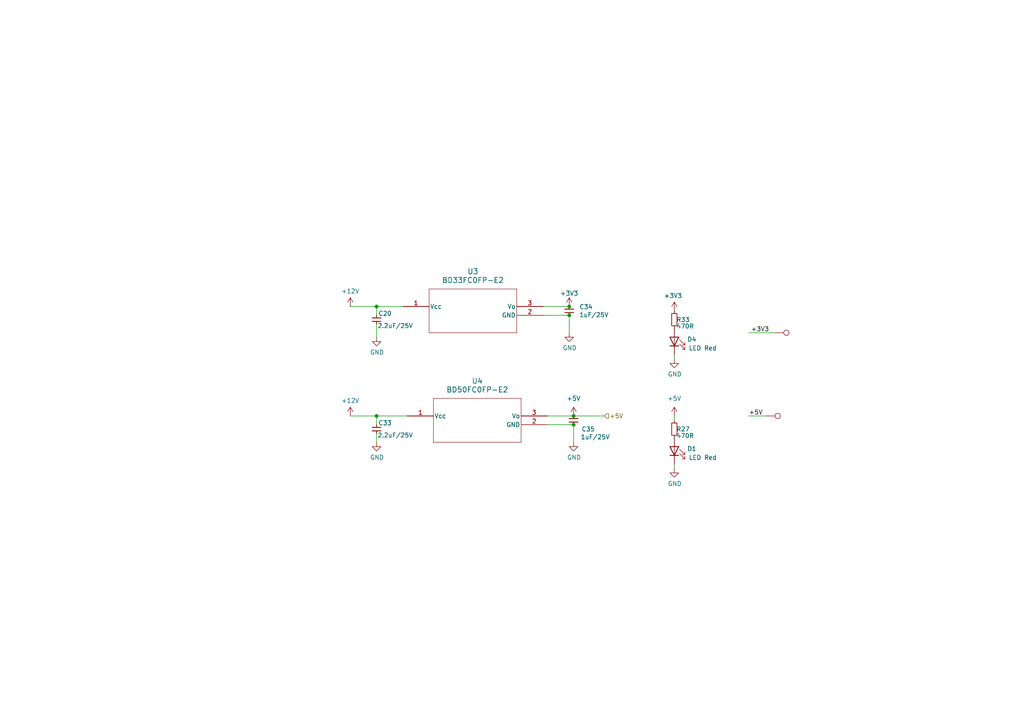
<source format=kicad_sch>
(kicad_sch
	(version 20250114)
	(generator "eeschema")
	(generator_version "9.0")
	(uuid "320f2caf-f00f-4432-86ed-f2c19d076281")
	(paper "A4")
	(title_block
		(date "2023-10-19")
		(rev "V0.1")
		(company "teTra")
	)
	(lib_symbols
		(symbol "Library:+12V"
			(power)
			(pin_names
				(offset 0)
			)
			(exclude_from_sim no)
			(in_bom yes)
			(on_board yes)
			(property "Reference" "#PWR"
				(at 0 -3.81 0)
				(effects
					(font
						(size 1.27 1.27)
					)
					(hide yes)
				)
			)
			(property "Value" "+12V"
				(at 0 3.556 0)
				(effects
					(font
						(size 1.27 1.27)
					)
				)
			)
			(property "Footprint" ""
				(at 0 0 0)
				(effects
					(font
						(size 1.27 1.27)
					)
					(hide yes)
				)
			)
			(property "Datasheet" ""
				(at 0 0 0)
				(effects
					(font
						(size 1.27 1.27)
					)
					(hide yes)
				)
			)
			(property "Description" "Power symbol creates a global label with name \"+12V\""
				(at 0 0 0)
				(effects
					(font
						(size 1.27 1.27)
					)
					(hide yes)
				)
			)
			(property "ki_keywords" "global power"
				(at 0 0 0)
				(effects
					(font
						(size 1.27 1.27)
					)
					(hide yes)
				)
			)
			(symbol "+12V_0_1"
				(polyline
					(pts
						(xy -0.762 1.27) (xy 0 2.54)
					)
					(stroke
						(width 0)
						(type default)
					)
					(fill
						(type none)
					)
				)
				(polyline
					(pts
						(xy 0 2.54) (xy 0.762 1.27)
					)
					(stroke
						(width 0)
						(type default)
					)
					(fill
						(type none)
					)
				)
				(polyline
					(pts
						(xy 0 0) (xy 0 2.54)
					)
					(stroke
						(width 0)
						(type default)
					)
					(fill
						(type none)
					)
				)
			)
			(symbol "+12V_1_1"
				(pin power_in line
					(at 0 0 90)
					(length 0)
					(hide yes)
					(name "+12V"
						(effects
							(font
								(size 1.27 1.27)
							)
						)
					)
					(number "1"
						(effects
							(font
								(size 1.27 1.27)
							)
						)
					)
				)
			)
			(embedded_fonts no)
		)
		(symbol "Library:+3.3V-power-BMS-Master-rescue"
			(power)
			(pin_names
				(offset 0)
			)
			(exclude_from_sim no)
			(in_bom yes)
			(on_board yes)
			(property "Reference" "#PWR"
				(at 0 -3.81 0)
				(effects
					(font
						(size 1.27 1.27)
					)
					(hide yes)
				)
			)
			(property "Value" "+3.3V-power-BMS-Master-rescue"
				(at 0 3.556 0)
				(effects
					(font
						(size 1.27 1.27)
					)
				)
			)
			(property "Footprint" ""
				(at 0 0 0)
				(effects
					(font
						(size 1.27 1.27)
					)
					(hide yes)
				)
			)
			(property "Datasheet" ""
				(at 0 0 0)
				(effects
					(font
						(size 1.27 1.27)
					)
					(hide yes)
				)
			)
			(property "Description" ""
				(at 0 0 0)
				(effects
					(font
						(size 1.27 1.27)
					)
					(hide yes)
				)
			)
			(symbol "+3.3V-power-BMS-Master-rescue_0_1"
				(polyline
					(pts
						(xy -0.762 1.27) (xy 0 2.54)
					)
					(stroke
						(width 0)
						(type solid)
					)
					(fill
						(type none)
					)
				)
				(polyline
					(pts
						(xy 0 2.54) (xy 0.762 1.27)
					)
					(stroke
						(width 0)
						(type solid)
					)
					(fill
						(type none)
					)
				)
				(polyline
					(pts
						(xy 0 0) (xy 0 2.54)
					)
					(stroke
						(width 0)
						(type solid)
					)
					(fill
						(type none)
					)
				)
			)
			(symbol "+3.3V-power-BMS-Master-rescue_1_1"
				(pin power_in line
					(at 0 0 90)
					(length 0)
					(hide yes)
					(name "+3V3"
						(effects
							(font
								(size 1.27 1.27)
							)
						)
					)
					(number "1"
						(effects
							(font
								(size 1.27 1.27)
							)
						)
					)
				)
			)
			(embedded_fonts no)
		)
		(symbol "Library:+3V3"
			(power)
			(pin_names
				(offset 0)
			)
			(exclude_from_sim no)
			(in_bom yes)
			(on_board yes)
			(property "Reference" "#PWR"
				(at 0 -3.81 0)
				(effects
					(font
						(size 1.27 1.27)
					)
					(hide yes)
				)
			)
			(property "Value" "+3V3"
				(at 0 3.556 0)
				(effects
					(font
						(size 1.27 1.27)
					)
				)
			)
			(property "Footprint" ""
				(at 0 0 0)
				(effects
					(font
						(size 1.27 1.27)
					)
					(hide yes)
				)
			)
			(property "Datasheet" ""
				(at 0 0 0)
				(effects
					(font
						(size 1.27 1.27)
					)
					(hide yes)
				)
			)
			(property "Description" "Power symbol creates a global label with name \"+3V3\""
				(at 0 0 0)
				(effects
					(font
						(size 1.27 1.27)
					)
					(hide yes)
				)
			)
			(property "ki_keywords" "global power"
				(at 0 0 0)
				(effects
					(font
						(size 1.27 1.27)
					)
					(hide yes)
				)
			)
			(symbol "+3V3_0_1"
				(polyline
					(pts
						(xy -0.762 1.27) (xy 0 2.54)
					)
					(stroke
						(width 0)
						(type default)
					)
					(fill
						(type none)
					)
				)
				(polyline
					(pts
						(xy 0 2.54) (xy 0.762 1.27)
					)
					(stroke
						(width 0)
						(type default)
					)
					(fill
						(type none)
					)
				)
				(polyline
					(pts
						(xy 0 0) (xy 0 2.54)
					)
					(stroke
						(width 0)
						(type default)
					)
					(fill
						(type none)
					)
				)
			)
			(symbol "+3V3_1_1"
				(pin power_in line
					(at 0 0 90)
					(length 0)
					(hide yes)
					(name "+3V3"
						(effects
							(font
								(size 1.27 1.27)
							)
						)
					)
					(number "1"
						(effects
							(font
								(size 1.27 1.27)
							)
						)
					)
				)
			)
			(embedded_fonts no)
		)
		(symbol "Library:+5V"
			(power)
			(pin_names
				(offset 0)
			)
			(exclude_from_sim no)
			(in_bom yes)
			(on_board yes)
			(property "Reference" "#PWR"
				(at 0 -3.81 0)
				(effects
					(font
						(size 1.27 1.27)
					)
					(hide yes)
				)
			)
			(property "Value" "+5V"
				(at 0 3.556 0)
				(effects
					(font
						(size 1.27 1.27)
					)
				)
			)
			(property "Footprint" ""
				(at 0 0 0)
				(effects
					(font
						(size 1.27 1.27)
					)
					(hide yes)
				)
			)
			(property "Datasheet" ""
				(at 0 0 0)
				(effects
					(font
						(size 1.27 1.27)
					)
					(hide yes)
				)
			)
			(property "Description" "Power symbol creates a global label with name \"+5V\""
				(at 0 0 0)
				(effects
					(font
						(size 1.27 1.27)
					)
					(hide yes)
				)
			)
			(property "ki_keywords" "global power"
				(at 0 0 0)
				(effects
					(font
						(size 1.27 1.27)
					)
					(hide yes)
				)
			)
			(symbol "+5V_0_1"
				(polyline
					(pts
						(xy -0.762 1.27) (xy 0 2.54)
					)
					(stroke
						(width 0)
						(type default)
					)
					(fill
						(type none)
					)
				)
				(polyline
					(pts
						(xy 0 2.54) (xy 0.762 1.27)
					)
					(stroke
						(width 0)
						(type default)
					)
					(fill
						(type none)
					)
				)
				(polyline
					(pts
						(xy 0 0) (xy 0 2.54)
					)
					(stroke
						(width 0)
						(type default)
					)
					(fill
						(type none)
					)
				)
			)
			(symbol "+5V_1_1"
				(pin power_in line
					(at 0 0 90)
					(length 0)
					(hide yes)
					(name "+5V"
						(effects
							(font
								(size 1.27 1.27)
							)
						)
					)
					(number "1"
						(effects
							(font
								(size 1.27 1.27)
							)
						)
					)
				)
			)
			(embedded_fonts no)
		)
		(symbol "Library:BD33FC0FP-E2"
			(pin_names
				(offset 0.254)
			)
			(exclude_from_sim no)
			(in_bom yes)
			(on_board yes)
			(property "Reference" "U"
				(at 20.32 10.16 0)
				(effects
					(font
						(size 1.524 1.524)
					)
				)
			)
			(property "Value" "BD33FC0FP-E2"
				(at 20.32 7.62 0)
				(effects
					(font
						(size 1.524 1.524)
					)
				)
			)
			(property "Footprint" "Package_TO_SOT_SMD:TO252-3_ROM"
				(at 0 0 0)
				(effects
					(font
						(size 1.27 1.27)
						(italic yes)
					)
					(hide yes)
				)
			)
			(property "Datasheet" "BD33FC0FP-E2"
				(at 0 0 0)
				(effects
					(font
						(size 1.27 1.27)
						(italic yes)
					)
					(hide yes)
				)
			)
			(property "Description" ""
				(at 0 0 0)
				(effects
					(font
						(size 1.27 1.27)
					)
					(hide yes)
				)
			)
			(property "ki_keywords" "BD33FC0FP-E2"
				(at 0 0 0)
				(effects
					(font
						(size 1.27 1.27)
					)
					(hide yes)
				)
			)
			(property "ki_fp_filters" "TO252-3_ROM TO252-3_ROM-M TO252-3_ROM-L"
				(at 0 0 0)
				(effects
					(font
						(size 1.27 1.27)
					)
					(hide yes)
				)
			)
			(symbol "BD33FC0FP-E2_0_1"
				(polyline
					(pts
						(xy 7.62 5.08) (xy 7.62 -7.62)
					)
					(stroke
						(width 0.127)
						(type default)
					)
					(fill
						(type none)
					)
				)
				(polyline
					(pts
						(xy 7.62 -7.62) (xy 33.02 -7.62)
					)
					(stroke
						(width 0.127)
						(type default)
					)
					(fill
						(type none)
					)
				)
				(polyline
					(pts
						(xy 33.02 5.08) (xy 7.62 5.08)
					)
					(stroke
						(width 0.127)
						(type default)
					)
					(fill
						(type none)
					)
				)
				(polyline
					(pts
						(xy 33.02 -7.62) (xy 33.02 5.08)
					)
					(stroke
						(width 0.127)
						(type default)
					)
					(fill
						(type none)
					)
				)
				(pin power_in line
					(at 0 0 0)
					(length 7.62)
					(name "Vcc"
						(effects
							(font
								(size 1.27 1.27)
							)
						)
					)
					(number "1"
						(effects
							(font
								(size 1.27 1.27)
							)
						)
					)
				)
				(pin unspecified line
					(at 40.64 0 180)
					(length 7.62)
					(name "Vo"
						(effects
							(font
								(size 1.27 1.27)
							)
						)
					)
					(number "3"
						(effects
							(font
								(size 1.27 1.27)
							)
						)
					)
				)
			)
			(symbol "BD33FC0FP-E2_1_1"
				(pin unspecified line
					(at 40.64 -2.54 180)
					(length 7.62)
					(name "GND"
						(effects
							(font
								(size 1.27 1.27)
							)
						)
					)
					(number "2"
						(effects
							(font
								(size 1.27 1.27)
							)
						)
					)
				)
			)
			(embedded_fonts no)
		)
		(symbol "Library:BD50FC0FP-E2"
			(pin_names
				(offset 0.254)
			)
			(exclude_from_sim no)
			(in_bom yes)
			(on_board yes)
			(property "Reference" "U"
				(at 20.32 10.16 0)
				(effects
					(font
						(size 1.524 1.524)
					)
				)
			)
			(property "Value" "BD50FC0FP-E2"
				(at 20.32 7.62 0)
				(effects
					(font
						(size 1.524 1.524)
					)
				)
			)
			(property "Footprint" "Package_TO_SOT_SMD:TO252-3_ROM"
				(at 0 0 0)
				(effects
					(font
						(size 1.27 1.27)
						(italic yes)
					)
					(hide yes)
				)
			)
			(property "Datasheet" "BD33FC0FP-E2"
				(at 0 0 0)
				(effects
					(font
						(size 1.27 1.27)
						(italic yes)
					)
					(hide yes)
				)
			)
			(property "Description" ""
				(at 0 0 0)
				(effects
					(font
						(size 1.27 1.27)
					)
					(hide yes)
				)
			)
			(property "ki_keywords" "BD33FC0FP-E2"
				(at 0 0 0)
				(effects
					(font
						(size 1.27 1.27)
					)
					(hide yes)
				)
			)
			(property "ki_fp_filters" "TO252-3_ROM TO252-3_ROM-M TO252-3_ROM-L"
				(at 0 0 0)
				(effects
					(font
						(size 1.27 1.27)
					)
					(hide yes)
				)
			)
			(symbol "BD50FC0FP-E2_0_1"
				(polyline
					(pts
						(xy 7.62 5.08) (xy 7.62 -7.62)
					)
					(stroke
						(width 0.127)
						(type default)
					)
					(fill
						(type none)
					)
				)
				(polyline
					(pts
						(xy 7.62 -7.62) (xy 33.02 -7.62)
					)
					(stroke
						(width 0.127)
						(type default)
					)
					(fill
						(type none)
					)
				)
				(polyline
					(pts
						(xy 33.02 5.08) (xy 7.62 5.08)
					)
					(stroke
						(width 0.127)
						(type default)
					)
					(fill
						(type none)
					)
				)
				(polyline
					(pts
						(xy 33.02 -7.62) (xy 33.02 5.08)
					)
					(stroke
						(width 0.127)
						(type default)
					)
					(fill
						(type none)
					)
				)
				(pin power_in line
					(at 0 0 0)
					(length 7.62)
					(name "Vcc"
						(effects
							(font
								(size 1.27 1.27)
							)
						)
					)
					(number "1"
						(effects
							(font
								(size 1.27 1.27)
							)
						)
					)
				)
				(pin unspecified line
					(at 40.64 0 180)
					(length 7.62)
					(name "Vo"
						(effects
							(font
								(size 1.27 1.27)
							)
						)
					)
					(number "3"
						(effects
							(font
								(size 1.27 1.27)
							)
						)
					)
				)
			)
			(symbol "BD50FC0FP-E2_1_1"
				(pin output line
					(at 40.64 -2.54 180)
					(length 7.62)
					(name "GND"
						(effects
							(font
								(size 1.27 1.27)
							)
						)
					)
					(number "2"
						(effects
							(font
								(size 1.27 1.27)
							)
						)
					)
				)
			)
			(embedded_fonts no)
		)
		(symbol "Library:C"
			(pin_numbers
				(hide yes)
			)
			(pin_names
				(offset 0.254)
			)
			(exclude_from_sim no)
			(in_bom yes)
			(on_board yes)
			(property "Reference" "C"
				(at 0.635 2.54 0)
				(effects
					(font
						(size 1.27 1.27)
					)
					(justify left)
				)
			)
			(property "Value" "C"
				(at 0.635 -2.54 0)
				(effects
					(font
						(size 1.27 1.27)
					)
					(justify left)
				)
			)
			(property "Footprint" ""
				(at 0.9652 -3.81 0)
				(effects
					(font
						(size 1.27 1.27)
					)
					(hide yes)
				)
			)
			(property "Datasheet" "~"
				(at 0 0 0)
				(effects
					(font
						(size 1.27 1.27)
					)
					(hide yes)
				)
			)
			(property "Description" "Unpolarized capacitor"
				(at 0 0 0)
				(effects
					(font
						(size 1.27 1.27)
					)
					(hide yes)
				)
			)
			(property "ki_keywords" "cap capacitor"
				(at 0 0 0)
				(effects
					(font
						(size 1.27 1.27)
					)
					(hide yes)
				)
			)
			(property "ki_fp_filters" "C_*"
				(at 0 0 0)
				(effects
					(font
						(size 1.27 1.27)
					)
					(hide yes)
				)
			)
			(symbol "C_1_1"
				(polyline
					(pts
						(xy -1.27 0.508) (xy 1.27 0.508)
					)
					(stroke
						(width 0.254)
						(type default)
					)
					(fill
						(type none)
					)
				)
				(polyline
					(pts
						(xy -1.27 -0.508) (xy 1.27 -0.508)
					)
					(stroke
						(width 0.254)
						(type default)
					)
					(fill
						(type none)
					)
				)
				(pin passive line
					(at 0 1.27 270)
					(length 0.762)
					(name "~"
						(effects
							(font
								(size 1.27 1.27)
							)
						)
					)
					(number "1"
						(effects
							(font
								(size 1.27 1.27)
							)
						)
					)
				)
				(pin passive line
					(at 0 -1.27 90)
					(length 0.762)
					(name "~"
						(effects
							(font
								(size 1.27 1.27)
							)
						)
					)
					(number "2"
						(effects
							(font
								(size 1.27 1.27)
							)
						)
					)
				)
			)
			(embedded_fonts no)
		)
		(symbol "Library:GND"
			(power)
			(pin_names
				(offset 0)
			)
			(exclude_from_sim no)
			(in_bom yes)
			(on_board yes)
			(property "Reference" "#PWR"
				(at 0 -6.35 0)
				(effects
					(font
						(size 1.27 1.27)
					)
					(hide yes)
				)
			)
			(property "Value" "GND"
				(at 0 -3.81 0)
				(effects
					(font
						(size 1.27 1.27)
					)
				)
			)
			(property "Footprint" ""
				(at 0 0 0)
				(effects
					(font
						(size 1.27 1.27)
					)
					(hide yes)
				)
			)
			(property "Datasheet" ""
				(at 0 0 0)
				(effects
					(font
						(size 1.27 1.27)
					)
					(hide yes)
				)
			)
			(property "Description" "Power symbol creates a global label with name \"GND\" , ground"
				(at 0 0 0)
				(effects
					(font
						(size 1.27 1.27)
					)
					(hide yes)
				)
			)
			(property "ki_keywords" "global power"
				(at 0 0 0)
				(effects
					(font
						(size 1.27 1.27)
					)
					(hide yes)
				)
			)
			(symbol "GND_0_1"
				(polyline
					(pts
						(xy 0 0) (xy 0 -1.27) (xy 1.27 -1.27) (xy 0 -2.54) (xy -1.27 -1.27) (xy 0 -1.27)
					)
					(stroke
						(width 0)
						(type default)
					)
					(fill
						(type none)
					)
				)
			)
			(symbol "GND_1_1"
				(pin power_in line
					(at 0 0 270)
					(length 0)
					(hide yes)
					(name "GND"
						(effects
							(font
								(size 1.27 1.27)
							)
						)
					)
					(number "1"
						(effects
							(font
								(size 1.27 1.27)
							)
						)
					)
				)
			)
			(embedded_fonts no)
		)
		(symbol "Library:LED"
			(pin_numbers
				(hide yes)
			)
			(pin_names
				(offset 1.016)
				(hide yes)
			)
			(exclude_from_sim no)
			(in_bom yes)
			(on_board yes)
			(property "Reference" "D"
				(at -0.762 -2.54 0)
				(effects
					(font
						(size 1.27 1.27)
					)
				)
			)
			(property "Value" "LED"
				(at -0.762 4.318 0)
				(effects
					(font
						(size 1.27 1.27)
					)
				)
			)
			(property "Footprint" ""
				(at 0 0 0)
				(effects
					(font
						(size 1.27 1.27)
					)
					(hide yes)
				)
			)
			(property "Datasheet" "~"
				(at 0 0 0)
				(effects
					(font
						(size 1.27 1.27)
					)
					(hide yes)
				)
			)
			(property "Description" "Light emitting diode"
				(at 0 0 0)
				(effects
					(font
						(size 1.27 1.27)
					)
					(hide yes)
				)
			)
			(property "ki_keywords" "LED diode"
				(at 0 0 0)
				(effects
					(font
						(size 1.27 1.27)
					)
					(hide yes)
				)
			)
			(property "ki_fp_filters" "LED* LED_SMD:* LED_THT:*"
				(at 0 0 0)
				(effects
					(font
						(size 1.27 1.27)
					)
					(hide yes)
				)
			)
			(symbol "LED_0_1"
				(polyline
					(pts
						(xy -1.27 1.27) (xy -1.27 -1.27) (xy 1.27 0) (xy -1.27 1.27)
					)
					(stroke
						(width 0.254)
						(type default)
					)
					(fill
						(type none)
					)
				)
				(polyline
					(pts
						(xy -0.508 1.524) (xy 1.016 3.048) (xy 0.254 3.048) (xy 1.016 3.048) (xy 1.016 2.286)
					)
					(stroke
						(width 0)
						(type default)
					)
					(fill
						(type none)
					)
				)
				(polyline
					(pts
						(xy 0.762 1.524) (xy 2.286 3.048) (xy 1.524 3.048) (xy 2.286 3.048) (xy 2.286 2.286)
					)
					(stroke
						(width 0)
						(type default)
					)
					(fill
						(type none)
					)
				)
				(polyline
					(pts
						(xy 1.27 1.27) (xy 1.27 -1.27)
					)
					(stroke
						(width 0.254)
						(type default)
					)
					(fill
						(type none)
					)
				)
				(polyline
					(pts
						(xy 1.27 0) (xy -1.27 0)
					)
					(stroke
						(width 0)
						(type default)
					)
					(fill
						(type none)
					)
				)
			)
			(symbol "LED_1_1"
				(pin passive line
					(at -3.81 0 0)
					(length 2.54)
					(name "A"
						(effects
							(font
								(size 1.27 1.27)
							)
						)
					)
					(number "2"
						(effects
							(font
								(size 1.27 1.27)
							)
						)
					)
				)
				(pin passive line
					(at 3.81 0 180)
					(length 2.54)
					(name "K"
						(effects
							(font
								(size 1.27 1.27)
							)
						)
					)
					(number "1"
						(effects
							(font
								(size 1.27 1.27)
							)
						)
					)
				)
			)
			(embedded_fonts no)
		)
		(symbol "Library:R_Small"
			(pin_numbers
				(hide yes)
			)
			(pin_names
				(offset 0.254)
				(hide yes)
			)
			(exclude_from_sim no)
			(in_bom yes)
			(on_board yes)
			(property "Reference" "R"
				(at 0.762 0.508 0)
				(effects
					(font
						(size 1.27 1.27)
					)
					(justify left)
				)
			)
			(property "Value" "R_Small"
				(at 0.762 -1.016 0)
				(effects
					(font
						(size 1.27 1.27)
					)
					(justify left)
				)
			)
			(property "Footprint" ""
				(at 0 0 0)
				(effects
					(font
						(size 1.27 1.27)
					)
					(hide yes)
				)
			)
			(property "Datasheet" "~"
				(at 0 0 0)
				(effects
					(font
						(size 1.27 1.27)
					)
					(hide yes)
				)
			)
			(property "Description" "Resistor, small symbol"
				(at 0 0 0)
				(effects
					(font
						(size 1.27 1.27)
					)
					(hide yes)
				)
			)
			(property "ki_keywords" "R resistor"
				(at 0 0 0)
				(effects
					(font
						(size 1.27 1.27)
					)
					(hide yes)
				)
			)
			(property "ki_fp_filters" "R_*"
				(at 0 0 0)
				(effects
					(font
						(size 1.27 1.27)
					)
					(hide yes)
				)
			)
			(symbol "R_Small_0_1"
				(rectangle
					(start -0.762 1.778)
					(end 0.762 -1.778)
					(stroke
						(width 0.2032)
						(type default)
					)
					(fill
						(type none)
					)
				)
			)
			(symbol "R_Small_1_1"
				(pin passive line
					(at 0 2.54 270)
					(length 0.762)
					(name "~"
						(effects
							(font
								(size 1.27 1.27)
							)
						)
					)
					(number "1"
						(effects
							(font
								(size 1.27 1.27)
							)
						)
					)
				)
				(pin passive line
					(at 0 -2.54 90)
					(length 0.762)
					(name "~"
						(effects
							(font
								(size 1.27 1.27)
							)
						)
					)
					(number "2"
						(effects
							(font
								(size 1.27 1.27)
							)
						)
					)
				)
			)
			(embedded_fonts no)
		)
		(symbol "Library:TestPoint"
			(pin_numbers
				(hide yes)
			)
			(pin_names
				(offset 0.762)
				(hide yes)
			)
			(exclude_from_sim no)
			(in_bom yes)
			(on_board yes)
			(property "Reference" "TP"
				(at 0 6.858 0)
				(effects
					(font
						(size 1.27 1.27)
					)
				)
			)
			(property "Value" "TestPoint"
				(at 0 5.08 0)
				(effects
					(font
						(size 1.27 1.27)
					)
				)
			)
			(property "Footprint" ""
				(at 5.08 0 0)
				(effects
					(font
						(size 1.27 1.27)
					)
					(hide yes)
				)
			)
			(property "Datasheet" "~"
				(at 5.08 0 0)
				(effects
					(font
						(size 1.27 1.27)
					)
					(hide yes)
				)
			)
			(property "Description" "test point"
				(at 0 0 0)
				(effects
					(font
						(size 1.27 1.27)
					)
					(hide yes)
				)
			)
			(property "ki_keywords" "test point tp"
				(at 0 0 0)
				(effects
					(font
						(size 1.27 1.27)
					)
					(hide yes)
				)
			)
			(property "ki_fp_filters" "Pin* Test*"
				(at 0 0 0)
				(effects
					(font
						(size 1.27 1.27)
					)
					(hide yes)
				)
			)
			(symbol "TestPoint_0_1"
				(circle
					(center 0 3.302)
					(radius 0.762)
					(stroke
						(width 0)
						(type default)
					)
					(fill
						(type none)
					)
				)
			)
			(symbol "TestPoint_1_1"
				(pin passive line
					(at 0 0 90)
					(length 2.54)
					(name "1"
						(effects
							(font
								(size 1.27 1.27)
							)
						)
					)
					(number "1"
						(effects
							(font
								(size 1.27 1.27)
							)
						)
					)
				)
			)
			(embedded_fonts no)
		)
	)
	(junction
		(at 165.1 88.9)
		(diameter 0)
		(color 0 0 0 0)
		(uuid "583daaca-0e0b-4493-9f97-5008515872aa")
	)
	(junction
		(at 166.37 120.65)
		(diameter 0)
		(color 0 0 0 0)
		(uuid "6964b283-c4e2-498b-ad50-1040b7d8c5b5")
	)
	(junction
		(at 109.22 120.65)
		(diameter 0)
		(color 0 0 0 0)
		(uuid "7ad0b67f-4956-4456-b759-a9659846e9e6")
	)
	(junction
		(at 165.1 91.44)
		(diameter 0)
		(color 0 0 0 0)
		(uuid "a87e1ccf-0fdc-49e0-88ca-9abc2bbb1f74")
	)
	(junction
		(at 166.37 123.19)
		(diameter 0)
		(color 0 0 0 0)
		(uuid "bd9bd43c-278c-42f5-82db-fbb8263a698c")
	)
	(junction
		(at 109.22 88.9)
		(diameter 0)
		(color 0 0 0 0)
		(uuid "ff86562a-12f5-4fbf-ad89-50c9ff2d1ec8")
	)
	(wire
		(pts
			(xy 101.6 120.65) (xy 109.22 120.65)
		)
		(stroke
			(width 0)
			(type default)
		)
		(uuid "04287d29-65db-4225-8983-39e1664a1cf0")
	)
	(wire
		(pts
			(xy 157.48 88.9) (xy 165.1 88.9)
		)
		(stroke
			(width 0)
			(type default)
		)
		(uuid "0cb46581-b9d4-4083-9ad3-e45b0a511cf9")
	)
	(wire
		(pts
			(xy 217.17 96.52) (xy 224.79 96.52)
		)
		(stroke
			(width 0)
			(type default)
		)
		(uuid "14c45e74-9ddb-4a88-8125-2229376ab26f")
	)
	(wire
		(pts
			(xy 165.1 91.44) (xy 165.1 96.52)
		)
		(stroke
			(width 0)
			(type default)
		)
		(uuid "1b4d0af8-f36f-4c5a-98d5-fc230ebde051")
	)
	(wire
		(pts
			(xy 195.58 120.65) (xy 195.58 121.92)
		)
		(stroke
			(width 0)
			(type default)
		)
		(uuid "3ca5394b-7ee5-4e9f-95e7-9fa7c1ff1f39")
	)
	(wire
		(pts
			(xy 109.22 88.9) (xy 116.84 88.9)
		)
		(stroke
			(width 0)
			(type default)
		)
		(uuid "45c7180e-dbdf-435a-b25d-3797b9a4245a")
	)
	(wire
		(pts
			(xy 109.22 88.9) (xy 109.22 91.44)
		)
		(stroke
			(width 0)
			(type default)
		)
		(uuid "4af4bda2-446c-4354-863c-2a243e8c467e")
	)
	(wire
		(pts
			(xy 101.6 88.9) (xy 109.22 88.9)
		)
		(stroke
			(width 0)
			(type default)
		)
		(uuid "4d4ba309-9927-40b3-a983-1839482d8579")
	)
	(wire
		(pts
			(xy 158.75 123.19) (xy 166.37 123.19)
		)
		(stroke
			(width 0)
			(type default)
		)
		(uuid "4f1e6998-1a70-475e-b21d-6e5d06e3a687")
	)
	(wire
		(pts
			(xy 217.17 120.65) (xy 222.25 120.65)
		)
		(stroke
			(width 0)
			(type default)
		)
		(uuid "5075ce88-d1fd-41aa-a0fb-5e68fa543098")
	)
	(wire
		(pts
			(xy 157.48 91.44) (xy 165.1 91.44)
		)
		(stroke
			(width 0)
			(type default)
		)
		(uuid "58751605-f675-40de-960e-abb347c4d6ec")
	)
	(wire
		(pts
			(xy 158.75 120.65) (xy 166.37 120.65)
		)
		(stroke
			(width 0)
			(type default)
		)
		(uuid "5f20d43d-d146-48c9-acd1-5619cbfb485c")
	)
	(wire
		(pts
			(xy 166.37 123.19) (xy 166.37 128.27)
		)
		(stroke
			(width 0)
			(type default)
		)
		(uuid "9624f360-7445-4d5e-9699-549160e23e61")
	)
	(wire
		(pts
			(xy 195.58 102.87) (xy 195.58 104.14)
		)
		(stroke
			(width 0)
			(type default)
		)
		(uuid "b1f4635e-a6fb-42ce-a22c-09920d9c231f")
	)
	(wire
		(pts
			(xy 195.58 134.62) (xy 195.58 135.89)
		)
		(stroke
			(width 0)
			(type default)
		)
		(uuid "b2cd86a2-a3cb-409a-aeb7-5a7f586fd81d")
	)
	(wire
		(pts
			(xy 109.22 120.65) (xy 109.22 123.19)
		)
		(stroke
			(width 0)
			(type default)
		)
		(uuid "c1d7c812-b656-41b6-ad38-512456e8998a")
	)
	(wire
		(pts
			(xy 166.37 120.65) (xy 175.26 120.65)
		)
		(stroke
			(width 0)
			(type default)
		)
		(uuid "caaa8ec9-1a19-4ccb-aa19-86754588d3af")
	)
	(wire
		(pts
			(xy 109.22 120.65) (xy 118.11 120.65)
		)
		(stroke
			(width 0)
			(type default)
		)
		(uuid "d09a5e0b-6e0e-4d8b-8649-0b8c1659b4e9")
	)
	(wire
		(pts
			(xy 109.22 93.98) (xy 109.22 97.79)
		)
		(stroke
			(width 0)
			(type default)
		)
		(uuid "e0ef239b-f996-4eed-b413-9cbfbde523a3")
	)
	(wire
		(pts
			(xy 109.22 125.73) (xy 109.22 128.27)
		)
		(stroke
			(width 0)
			(type default)
		)
		(uuid "fd2f690e-f8d2-42a7-818f-79813f621268")
	)
	(label "+5V"
		(at 217.17 120.65 0)
		(effects
			(font
				(size 1.27 1.27)
			)
			(justify left bottom)
		)
		(uuid "3a3b9259-d516-4623-964e-f94e14a92295")
	)
	(label "+3V3"
		(at 217.805 96.52 0)
		(effects
			(font
				(size 1.27 1.27)
			)
			(justify left bottom)
		)
		(uuid "5d7874e3-727c-41c8-91d3-ffe0af7b63a0")
	)
	(hierarchical_label "+5V"
		(shape input)
		(at 175.26 120.65 0)
		(effects
			(font
				(size 1.27 1.27)
			)
			(justify left)
		)
		(uuid "7d38554b-b9d7-46d1-bade-93940ec06e73")
	)
	(symbol
		(lib_id "Library:GND")
		(at 109.22 97.79 0)
		(unit 1)
		(exclude_from_sim no)
		(in_bom yes)
		(on_board yes)
		(dnp no)
		(uuid "05fcc230-55dd-4c6f-a62a-7dfc2c10bf73")
		(property "Reference" "#PWR021"
			(at 109.22 104.14 0)
			(effects
				(font
					(size 1.27 1.27)
				)
				(hide yes)
			)
		)
		(property "Value" "GND"
			(at 109.347 102.1842 0)
			(effects
				(font
					(size 1.27 1.27)
				)
			)
		)
		(property "Footprint" ""
			(at 109.22 97.79 0)
			(effects
				(font
					(size 1.27 1.27)
				)
				(hide yes)
			)
		)
		(property "Datasheet" ""
			(at 109.22 97.79 0)
			(effects
				(font
					(size 1.27 1.27)
				)
				(hide yes)
			)
		)
		(property "Description" ""
			(at 109.22 97.79 0)
			(effects
				(font
					(size 1.27 1.27)
				)
				(hide yes)
			)
		)
		(pin "1"
			(uuid "c34052e6-b55f-466a-9d3b-88d85f86cb59")
		)
		(instances
			(project "LTC6811_ESP32_V1p21"
				(path "/6a86ff6f-b159-4c4c-8a40-e732cc82e010/00000000-0000-0000-0000-00005ac18063"
					(reference "#PWR021")
					(unit 1)
				)
			)
		)
	)
	(symbol
		(lib_id "Library:BD33FC0FP-E2")
		(at 116.84 88.9 0)
		(unit 1)
		(exclude_from_sim no)
		(in_bom yes)
		(on_board yes)
		(dnp no)
		(fields_autoplaced yes)
		(uuid "0610e773-7769-446d-8a27-17791f1b7e60")
		(property "Reference" "U3"
			(at 137.16 78.74 0)
			(effects
				(font
					(size 1.524 1.524)
				)
			)
		)
		(property "Value" "BD33FC0FP-E2"
			(at 137.16 81.28 0)
			(effects
				(font
					(size 1.524 1.524)
				)
			)
		)
		(property "Footprint" "Package_TO_SOT_SMD:TO252-3_ROM"
			(at 116.84 88.9 0)
			(effects
				(font
					(size 1.27 1.27)
					(italic yes)
				)
				(hide yes)
			)
		)
		(property "Datasheet" "BD33FC0FP-E2"
			(at 116.84 88.9 0)
			(effects
				(font
					(size 1.27 1.27)
					(italic yes)
				)
				(hide yes)
			)
		)
		(property "Description" "Linear Voltage Regulator IC Positive Fixed 1 Output 1A TO-252"
			(at 116.84 88.9 0)
			(effects
				(font
					(size 1.27 1.27)
				)
				(hide yes)
			)
		)
		(property "Link" "https://www.digikey.jp/en/products/detail/rohm-semiconductor/BD33FC0FP-E2/7896452?s=N4IgTCBcDaIEIBEDMSBiBhADKgCgWgFEIBdAXyA"
			(at 116.84 88.9 0)
			(effects
				(font
					(size 1.27 1.27)
				)
				(hide yes)
			)
		)
		(property "MPN" "BD33FC0FP-E2"
			(at 116.84 88.9 0)
			(effects
				(font
					(size 1.27 1.27)
				)
				(hide yes)
			)
		)
		(pin "1"
			(uuid "d2d41ec4-6b8a-42cb-a3e1-7f9ae47d611b")
		)
		(pin "2"
			(uuid "518dcea3-06ad-400a-a12b-b117123223de")
		)
		(pin "3"
			(uuid "76047cc2-319a-4e0d-bced-026cacd17b22")
		)
		(instances
			(project ""
				(path "/6a86ff6f-b159-4c4c-8a40-e732cc82e010/00000000-0000-0000-0000-00005ac18063"
					(reference "U3")
					(unit 1)
				)
			)
		)
	)
	(symbol
		(lib_id "Library:+5V")
		(at 166.37 120.65 0)
		(mirror y)
		(unit 1)
		(exclude_from_sim no)
		(in_bom yes)
		(on_board yes)
		(dnp no)
		(fields_autoplaced yes)
		(uuid "06625fbb-6ab7-4178-bef7-741b6b77c9af")
		(property "Reference" "#PWR046"
			(at 166.37 124.46 0)
			(effects
				(font
					(size 1.27 1.27)
				)
				(hide yes)
			)
		)
		(property "Value" "+5V"
			(at 166.37 115.57 0)
			(effects
				(font
					(size 1.27 1.27)
				)
			)
		)
		(property "Footprint" ""
			(at 166.37 120.65 0)
			(effects
				(font
					(size 1.27 1.27)
				)
				(hide yes)
			)
		)
		(property "Datasheet" ""
			(at 166.37 120.65 0)
			(effects
				(font
					(size 1.27 1.27)
				)
				(hide yes)
			)
		)
		(property "Description" ""
			(at 166.37 120.65 0)
			(effects
				(font
					(size 1.27 1.27)
				)
				(hide yes)
			)
		)
		(pin "1"
			(uuid "5a13ece0-0e24-47e7-9f7c-c69ce9294ea7")
		)
		(instances
			(project "LTC6811_ESP32_V5"
				(path "/6a86ff6f-b159-4c4c-8a40-e732cc82e010/00000000-0000-0000-0000-00005ac18063"
					(reference "#PWR046")
					(unit 1)
				)
			)
		)
	)
	(symbol
		(lib_id "Library:C")
		(at 166.37 121.92 180)
		(unit 1)
		(exclude_from_sim no)
		(in_bom yes)
		(on_board yes)
		(dnp no)
		(uuid "129c6d9a-b791-471f-a6f1-3520a5b3d20b")
		(property "Reference" "C35"
			(at 168.656 124.46 0)
			(effects
				(font
					(size 1.27 1.27)
				)
				(justify right)
			)
		)
		(property "Value" "1uF/25V"
			(at 168.402 126.746 0)
			(effects
				(font
					(size 1.27 1.27)
				)
				(justify right)
			)
		)
		(property "Footprint" "Capacitor_SMD:C_0603_1608Metric"
			(at 165.4048 118.11 0)
			(effects
				(font
					(size 1.27 1.27)
				)
				(hide yes)
			)
		)
		(property "Datasheet" "https://mm.digikey.com/Volume0/opasdata/d220001/medias/docus/3644/CL10B105KA8NNNC_spec.pdf"
			(at 166.37 121.92 0)
			(effects
				(font
					(size 1.27 1.27)
				)
				(hide yes)
			)
		)
		(property "Description" "1 µF ±10% 25V Ceramic Capacitor X7R 0603 (1608 Metric)"
			(at 166.37 121.92 0)
			(effects
				(font
					(size 1.27 1.27)
				)
				(hide yes)
			)
		)
		(property "MPN" "CL10B105KA8NNNC"
			(at 166.37 121.92 0)
			(effects
				(font
					(size 1.27 1.27)
				)
				(hide yes)
			)
		)
		(property "Link" "https://www.digikey.jp/en/products/detail/samsung-electro-mechanics/CL10B105KA8NNNC/3886842"
			(at 166.37 121.92 0)
			(effects
				(font
					(size 1.27 1.27)
				)
				(hide yes)
			)
		)
		(pin "1"
			(uuid "48e0f432-6ac4-44d0-83bd-2bdb5ca7d2b1")
		)
		(pin "2"
			(uuid "34db1763-d617-4eae-bf83-d6c1fd291c7e")
		)
		(instances
			(project "LTC6811_ESP32_V5"
				(path "/6a86ff6f-b159-4c4c-8a40-e732cc82e010/00000000-0000-0000-0000-00005ac18063"
					(reference "C35")
					(unit 1)
				)
			)
		)
	)
	(symbol
		(lib_id "Library:+3.3V-power-BMS-Master-rescue")
		(at 165.1 88.9 0)
		(mirror y)
		(unit 1)
		(exclude_from_sim no)
		(in_bom yes)
		(on_board yes)
		(dnp no)
		(uuid "1a686d9f-3c98-4adf-b1e5-17f263351447")
		(property "Reference" "#PWR047"
			(at 165.1 92.71 0)
			(effects
				(font
					(size 1.27 1.27)
				)
				(hide yes)
			)
		)
		(property "Value" "+3V3"
			(at 165.1 85.09 0)
			(effects
				(font
					(size 1.27 1.27)
				)
			)
		)
		(property "Footprint" ""
			(at 165.1 88.9 0)
			(effects
				(font
					(size 1.27 1.27)
				)
				(hide yes)
			)
		)
		(property "Datasheet" ""
			(at 165.1 88.9 0)
			(effects
				(font
					(size 1.27 1.27)
				)
				(hide yes)
			)
		)
		(property "Description" ""
			(at 165.1 88.9 0)
			(effects
				(font
					(size 1.27 1.27)
				)
				(hide yes)
			)
		)
		(pin "1"
			(uuid "44bc17fd-6bd8-4673-91b8-3ba69c9f6510")
		)
		(instances
			(project "LTC6811_ESP32_V5"
				(path "/6a86ff6f-b159-4c4c-8a40-e732cc82e010/00000000-0000-0000-0000-00005ac18063"
					(reference "#PWR047")
					(unit 1)
				)
			)
		)
	)
	(symbol
		(lib_id "Library:TestPoint")
		(at 224.79 96.52 270)
		(unit 1)
		(exclude_from_sim no)
		(in_bom no)
		(on_board yes)
		(dnp no)
		(uuid "1f6da100-6a88-4ea7-a648-e8d6a684967f")
		(property "Reference" "TP2"
			(at 229.362 99.06 0)
			(effects
				(font
					(size 1.27 1.27)
				)
				(justify left)
				(hide yes)
			)
		)
		(property "Value" "3V3"
			(at 229.87 96.52 90)
			(effects
				(font
					(size 1.27 1.27)
				)
				(justify left)
				(hide yes)
			)
		)
		(property "Footprint" "TestPoint:TestPoint_Pad_D1.0mm"
			(at 224.79 101.6 0)
			(effects
				(font
					(size 1.27 1.27)
				)
				(hide yes)
			)
		)
		(property "Datasheet" "~"
			(at 224.79 101.6 0)
			(effects
				(font
					(size 1.27 1.27)
				)
				(hide yes)
			)
		)
		(property "Description" ""
			(at 224.79 96.52 0)
			(effects
				(font
					(size 1.27 1.27)
				)
				(hide yes)
			)
		)
		(pin "1"
			(uuid "c39b90e8-13ff-46e7-88c2-5ee7ddc05298")
		)
		(instances
			(project "LTC6811_ESP32_V1p21"
				(path "/6a86ff6f-b159-4c4c-8a40-e732cc82e010/00000000-0000-0000-0000-00005ac18063"
					(reference "TP2")
					(unit 1)
				)
			)
		)
	)
	(symbol
		(lib_id "Library:GND")
		(at 195.58 104.14 0)
		(unit 1)
		(exclude_from_sim no)
		(in_bom yes)
		(on_board yes)
		(dnp no)
		(uuid "438e7760-d20a-46c3-9f03-ac587bb42565")
		(property "Reference" "#PWR029"
			(at 195.58 110.49 0)
			(effects
				(font
					(size 1.27 1.27)
				)
				(hide yes)
			)
		)
		(property "Value" "GND"
			(at 195.707 108.5342 0)
			(effects
				(font
					(size 1.27 1.27)
				)
			)
		)
		(property "Footprint" ""
			(at 195.58 104.14 0)
			(effects
				(font
					(size 1.27 1.27)
				)
				(hide yes)
			)
		)
		(property "Datasheet" ""
			(at 195.58 104.14 0)
			(effects
				(font
					(size 1.27 1.27)
				)
				(hide yes)
			)
		)
		(property "Description" ""
			(at 195.58 104.14 0)
			(effects
				(font
					(size 1.27 1.27)
				)
				(hide yes)
			)
		)
		(pin "1"
			(uuid "bade3281-b0b3-4d68-acfb-0b41a4a847ed")
		)
		(instances
			(project "LTC6811_ESP32_V1p21"
				(path "/6a86ff6f-b159-4c4c-8a40-e732cc82e010/00000000-0000-0000-0000-00005ac18063"
					(reference "#PWR029")
					(unit 1)
				)
			)
		)
	)
	(symbol
		(lib_id "Library:GND")
		(at 166.37 128.27 0)
		(unit 1)
		(exclude_from_sim no)
		(in_bom yes)
		(on_board yes)
		(dnp no)
		(uuid "4430fa9b-c59f-440f-bbc1-39b375948479")
		(property "Reference" "#PWR045"
			(at 166.37 134.62 0)
			(effects
				(font
					(size 1.27 1.27)
				)
				(hide yes)
			)
		)
		(property "Value" "GND"
			(at 166.497 132.6642 0)
			(effects
				(font
					(size 1.27 1.27)
				)
			)
		)
		(property "Footprint" ""
			(at 166.37 128.27 0)
			(effects
				(font
					(size 1.27 1.27)
				)
				(hide yes)
			)
		)
		(property "Datasheet" ""
			(at 166.37 128.27 0)
			(effects
				(font
					(size 1.27 1.27)
				)
				(hide yes)
			)
		)
		(property "Description" ""
			(at 166.37 128.27 0)
			(effects
				(font
					(size 1.27 1.27)
				)
				(hide yes)
			)
		)
		(pin "1"
			(uuid "c44ca879-8fb5-419e-bd19-bee4aa85082e")
		)
		(instances
			(project "LTC6811_ESP32_V5"
				(path "/6a86ff6f-b159-4c4c-8a40-e732cc82e010/00000000-0000-0000-0000-00005ac18063"
					(reference "#PWR045")
					(unit 1)
				)
			)
		)
	)
	(symbol
		(lib_id "Library:GND")
		(at 109.22 128.27 0)
		(unit 1)
		(exclude_from_sim no)
		(in_bom yes)
		(on_board yes)
		(dnp no)
		(uuid "669bf37b-a1c9-4fef-87a0-48247096c1ab")
		(property "Reference" "#PWR044"
			(at 109.22 134.62 0)
			(effects
				(font
					(size 1.27 1.27)
				)
				(hide yes)
			)
		)
		(property "Value" "GND"
			(at 109.347 132.6642 0)
			(effects
				(font
					(size 1.27 1.27)
				)
			)
		)
		(property "Footprint" ""
			(at 109.22 128.27 0)
			(effects
				(font
					(size 1.27 1.27)
				)
				(hide yes)
			)
		)
		(property "Datasheet" ""
			(at 109.22 128.27 0)
			(effects
				(font
					(size 1.27 1.27)
				)
				(hide yes)
			)
		)
		(property "Description" ""
			(at 109.22 128.27 0)
			(effects
				(font
					(size 1.27 1.27)
				)
				(hide yes)
			)
		)
		(pin "1"
			(uuid "af3e52f4-8cf2-457d-b7ea-b71199c6ea08")
		)
		(instances
			(project "LTC6811_ESP32_V5"
				(path "/6a86ff6f-b159-4c4c-8a40-e732cc82e010/00000000-0000-0000-0000-00005ac18063"
					(reference "#PWR044")
					(unit 1)
				)
			)
		)
	)
	(symbol
		(lib_id "Library:LED")
		(at 195.58 99.06 270)
		(unit 1)
		(exclude_from_sim no)
		(in_bom yes)
		(on_board yes)
		(dnp no)
		(uuid "695f5378-5ec2-4735-b06b-1d73303b9337")
		(property "Reference" "D4"
			(at 200.66 98.425 90)
			(effects
				(font
					(size 1.27 1.27)
				)
			)
		)
		(property "Value" "LED Red"
			(at 203.835 100.965 90)
			(effects
				(font
					(size 1.27 1.27)
				)
			)
		)
		(property "Footprint" "LED_SMD:LED_0603_1608Metric"
			(at 195.58 99.06 0)
			(effects
				(font
					(size 1.27 1.27)
				)
				(hide yes)
			)
		)
		(property "Datasheet" "https://optoelectronics.liteon.com/upload/download/DS-22-99-0151/LTST-C190KRKT.pdf"
			(at 195.58 99.06 0)
			(effects
				(font
					(size 1.27 1.27)
				)
				(hide yes)
			)
		)
		(property "Description" "Red 631nm LED Indication - Discrete 2V 0603 (1608 Metric)"
			(at 195.58 99.06 0)
			(effects
				(font
					(size 1.27 1.27)
				)
				(hide yes)
			)
		)
		(property "Link" "https://www.digikey.jp/en/products/detail/liteon/LTST-C190KRKT/386817"
			(at 195.58 99.06 0)
			(effects
				(font
					(size 1.27 1.27)
				)
				(hide yes)
			)
		)
		(property "MPN" "LTST-C190KRKT"
			(at 195.58 99.06 0)
			(effects
				(font
					(size 1.27 1.27)
				)
				(hide yes)
			)
		)
		(pin "1"
			(uuid "e1ffc082-e06b-4b71-a742-769905df50fa")
		)
		(pin "2"
			(uuid "e116a029-ffff-45e5-b728-48809d46d38f")
		)
		(instances
			(project "LTC6811_ESP32_V1p21"
				(path "/6a86ff6f-b159-4c4c-8a40-e732cc82e010/00000000-0000-0000-0000-00005ac18063"
					(reference "D4")
					(unit 1)
				)
			)
			(project "L9963E+ESP32_V1.0"
				(path "/e9bba7f0-c10d-45df-9f8e-74901087917a"
					(reference "D?")
					(unit 1)
				)
			)
		)
	)
	(symbol
		(lib_id "Library:+5V")
		(at 195.58 120.65 0)
		(mirror y)
		(unit 1)
		(exclude_from_sim no)
		(in_bom yes)
		(on_board yes)
		(dnp no)
		(fields_autoplaced yes)
		(uuid "a6809a18-2bf5-41f4-8da5-62391d22a46c")
		(property "Reference" "#PWR025"
			(at 195.58 124.46 0)
			(effects
				(font
					(size 1.27 1.27)
				)
				(hide yes)
			)
		)
		(property "Value" "+5V"
			(at 195.58 115.57 0)
			(effects
				(font
					(size 1.27 1.27)
				)
			)
		)
		(property "Footprint" ""
			(at 195.58 120.65 0)
			(effects
				(font
					(size 1.27 1.27)
				)
				(hide yes)
			)
		)
		(property "Datasheet" ""
			(at 195.58 120.65 0)
			(effects
				(font
					(size 1.27 1.27)
				)
				(hide yes)
			)
		)
		(property "Description" ""
			(at 195.58 120.65 0)
			(effects
				(font
					(size 1.27 1.27)
				)
				(hide yes)
			)
		)
		(pin "1"
			(uuid "92a6879b-46f6-453b-a77d-753f70a3cfbe")
		)
		(instances
			(project "LTC6811_ESP32_V5"
				(path "/6a86ff6f-b159-4c4c-8a40-e732cc82e010/00000000-0000-0000-0000-00005ac18063"
					(reference "#PWR025")
					(unit 1)
				)
			)
		)
	)
	(symbol
		(lib_id "Library:R_Small")
		(at 195.58 124.46 180)
		(unit 1)
		(exclude_from_sim no)
		(in_bom yes)
		(on_board yes)
		(dnp no)
		(uuid "ace8085a-343b-4464-8472-abb71d93d250")
		(property "Reference" "R27"
			(at 198.12 124.46 0)
			(effects
				(font
					(size 1.27 1.27)
				)
			)
		)
		(property "Value" "470R"
			(at 198.755 126.365 0)
			(effects
				(font
					(size 1.27 1.27)
				)
			)
		)
		(property "Footprint" "Resistor_SMD:R_0603_1608Metric"
			(at 195.58 124.46 0)
			(effects
				(font
					(size 1.27 1.27)
				)
				(hide yes)
			)
		)
		(property "Datasheet" "https://www.yageo.com/upload/media/product/products/datasheet/rchip/PYu-RC_Group_51_RoHS_L_12.pdf"
			(at 195.58 124.46 0)
			(effects
				(font
					(size 1.27 1.27)
				)
				(hide yes)
			)
		)
		(property "Description" "470 Ohms ±5% 0.1W, 1/10W Chip Resistor 0603 (1608 Metric) Moisture Resistant Thick Film"
			(at 195.58 124.46 0)
			(effects
				(font
					(size 1.27 1.27)
				)
				(hide yes)
			)
		)
		(property "MPN" "RC0603JR-07470RL"
			(at 195.58 124.46 0)
			(effects
				(font
					(size 1.27 1.27)
				)
				(hide yes)
			)
		)
		(property "Link" "https://www.digikey.jp/en/products/detail/yageo/RC0603JR-07470RL/726791?s=N4IgTCBcDaIEoGEAMA2JBmAUnAtEg7ACz5JwAyIAugL5A"
			(at 195.58 124.46 0)
			(effects
				(font
					(size 1.27 1.27)
				)
				(hide yes)
			)
		)
		(pin "1"
			(uuid "eda2927c-a3dc-49ac-8037-ba2112ec1ebc")
		)
		(pin "2"
			(uuid "c6df1fb7-8ffd-4c85-aafe-da50dfd1d67f")
		)
		(instances
			(project "LTC6811_ESP32_V5"
				(path "/6a86ff6f-b159-4c4c-8a40-e732cc82e010/00000000-0000-0000-0000-00005ac18063"
					(reference "R27")
					(unit 1)
				)
			)
		)
	)
	(symbol
		(lib_id "Library:GND")
		(at 165.1 96.52 0)
		(unit 1)
		(exclude_from_sim no)
		(in_bom yes)
		(on_board yes)
		(dnp no)
		(uuid "beca8665-0bc5-4235-a4ee-a396c10173ac")
		(property "Reference" "#PWR048"
			(at 165.1 102.87 0)
			(effects
				(font
					(size 1.27 1.27)
				)
				(hide yes)
			)
		)
		(property "Value" "GND"
			(at 165.227 100.9142 0)
			(effects
				(font
					(size 1.27 1.27)
				)
			)
		)
		(property "Footprint" ""
			(at 165.1 96.52 0)
			(effects
				(font
					(size 1.27 1.27)
				)
				(hide yes)
			)
		)
		(property "Datasheet" ""
			(at 165.1 96.52 0)
			(effects
				(font
					(size 1.27 1.27)
				)
				(hide yes)
			)
		)
		(property "Description" ""
			(at 165.1 96.52 0)
			(effects
				(font
					(size 1.27 1.27)
				)
				(hide yes)
			)
		)
		(pin "1"
			(uuid "accd294a-4294-48be-9e4c-7a4332eb76bf")
		)
		(instances
			(project "LTC6811_ESP32_V5"
				(path "/6a86ff6f-b159-4c4c-8a40-e732cc82e010/00000000-0000-0000-0000-00005ac18063"
					(reference "#PWR048")
					(unit 1)
				)
			)
		)
	)
	(symbol
		(lib_id "Library:C")
		(at 109.22 124.46 0)
		(unit 1)
		(exclude_from_sim no)
		(in_bom yes)
		(on_board yes)
		(dnp no)
		(uuid "c9028619-f21c-4536-8eec-c74817f8db15")
		(property "Reference" "C33"
			(at 109.728 122.682 0)
			(effects
				(font
					(size 1.27 1.27)
				)
				(justify left)
			)
		)
		(property "Value" "2.2uF/25V"
			(at 109.474 126.238 0)
			(effects
				(font
					(size 1.27 1.27)
				)
				(justify left)
			)
		)
		(property "Footprint" "Capacitor_SMD:C_0603_1608Metric"
			(at 110.1852 128.27 0)
			(effects
				(font
					(size 1.27 1.27)
				)
				(hide yes)
			)
		)
		(property "Datasheet" "https://search.murata.co.jp/Ceramy/image/img/A01X/G101/ENG/GRM188R61E225KA12-01.pdf"
			(at 109.22 124.46 0)
			(effects
				(font
					(size 1.27 1.27)
				)
				(hide yes)
			)
		)
		(property "Description" "2.2 µF ±10% 25V Ceramic Capacitor X5R 0603 (1608 Metric)"
			(at 109.22 124.46 0)
			(effects
				(font
					(size 1.27 1.27)
				)
				(hide yes)
			)
		)
		(property "MPN" "GRM188R61E225KA12D"
			(at 109.22 124.46 0)
			(effects
				(font
					(size 1.27 1.27)
				)
				(hide yes)
			)
		)
		(property "Link" "https://www.digikey.jp/en/products/detail/murata-electronics/GRM188R61E225KA12D/4905349"
			(at 109.22 124.46 0)
			(effects
				(font
					(size 1.27 1.27)
				)
				(hide yes)
			)
		)
		(pin "1"
			(uuid "b8ef401f-099e-4121-8bc7-b0d8c7970dc4")
		)
		(pin "2"
			(uuid "6173cd4f-3016-40a4-9ff5-d0ac9bda8aa9")
		)
		(instances
			(project "LTC6811_ESP32_V5"
				(path "/6a86ff6f-b159-4c4c-8a40-e732cc82e010/00000000-0000-0000-0000-00005ac18063"
					(reference "C33")
					(unit 1)
				)
			)
		)
	)
	(symbol
		(lib_id "Library:C")
		(at 109.22 92.71 0)
		(unit 1)
		(exclude_from_sim no)
		(in_bom yes)
		(on_board yes)
		(dnp no)
		(uuid "cedae038-e305-416f-afd0-7874e54f61c2")
		(property "Reference" "C20"
			(at 109.728 90.932 0)
			(effects
				(font
					(size 1.27 1.27)
				)
				(justify left)
			)
		)
		(property "Value" "2.2uF/25V"
			(at 109.474 94.488 0)
			(effects
				(font
					(size 1.27 1.27)
				)
				(justify left)
			)
		)
		(property "Footprint" "Capacitor_SMD:C_0603_1608Metric"
			(at 110.1852 96.52 0)
			(effects
				(font
					(size 1.27 1.27)
				)
				(hide yes)
			)
		)
		(property "Datasheet" "https://search.murata.co.jp/Ceramy/image/img/A01X/G101/ENG/GRM188R61E225KA12-01.pdf"
			(at 109.22 92.71 0)
			(effects
				(font
					(size 1.27 1.27)
				)
				(hide yes)
			)
		)
		(property "Description" "2.2 µF ±10% 25V Ceramic Capacitor X5R 0603 (1608 Metric)"
			(at 109.22 92.71 0)
			(effects
				(font
					(size 1.27 1.27)
				)
				(hide yes)
			)
		)
		(property "MPN" "GRM188R61E225KA12D"
			(at 109.22 92.71 0)
			(effects
				(font
					(size 1.27 1.27)
				)
				(hide yes)
			)
		)
		(property "Link" "https://www.digikey.jp/en/products/detail/murata-electronics/GRM188R61E225KA12D/4905349"
			(at 109.22 92.71 0)
			(effects
				(font
					(size 1.27 1.27)
				)
				(hide yes)
			)
		)
		(pin "1"
			(uuid "ac34f5f4-6d86-4901-8c54-f5a0761f3290")
		)
		(pin "2"
			(uuid "503b1621-2888-4dd1-97af-7cd36fac3688")
		)
		(instances
			(project "LTC6811_ESP32_V1p21"
				(path "/6a86ff6f-b159-4c4c-8a40-e732cc82e010/00000000-0000-0000-0000-00005ac18063"
					(reference "C20")
					(unit 1)
				)
			)
			(project "R&C_library"
				(path "/7459c5fb-eaee-49a5-9f15-99dbadaaebb5/e551d4cb-18c8-457b-a446-2845a0b4a4db"
					(reference "C?")
					(unit 1)
				)
			)
			(project "L9963E+ESP32_V1.0"
				(path "/e9bba7f0-c10d-45df-9f8e-74901087917a"
					(reference "C?")
					(unit 1)
				)
			)
		)
	)
	(symbol
		(lib_id "Library:TestPoint")
		(at 222.25 120.65 270)
		(unit 1)
		(exclude_from_sim no)
		(in_bom no)
		(on_board yes)
		(dnp no)
		(uuid "cf341958-96b6-4df7-9ffe-4f928df8e555")
		(property "Reference" "TP1"
			(at 226.822 123.19 0)
			(effects
				(font
					(size 1.27 1.27)
				)
				(justify left)
				(hide yes)
			)
		)
		(property "Value" "5V"
			(at 227.33 120.65 90)
			(effects
				(font
					(size 1.27 1.27)
				)
				(justify left)
				(hide yes)
			)
		)
		(property "Footprint" "TestPoint:TestPoint_Pad_D1.0mm"
			(at 222.25 125.73 0)
			(effects
				(font
					(size 1.27 1.27)
				)
				(hide yes)
			)
		)
		(property "Datasheet" "~"
			(at 222.25 125.73 0)
			(effects
				(font
					(size 1.27 1.27)
				)
				(hide yes)
			)
		)
		(property "Description" ""
			(at 222.25 120.65 0)
			(effects
				(font
					(size 1.27 1.27)
				)
				(hide yes)
			)
		)
		(pin "1"
			(uuid "5601b943-064c-4f28-952f-b315be8e5b79")
		)
		(instances
			(project "LTC6811_ESP32_V5"
				(path "/6a86ff6f-b159-4c4c-8a40-e732cc82e010/00000000-0000-0000-0000-00005ac18063"
					(reference "TP1")
					(unit 1)
				)
			)
		)
	)
	(symbol
		(lib_id "Library:BD50FC0FP-E2")
		(at 118.11 120.65 0)
		(unit 1)
		(exclude_from_sim no)
		(in_bom yes)
		(on_board yes)
		(dnp no)
		(fields_autoplaced yes)
		(uuid "d3ec81f0-2771-4ad8-a7db-3dc3e80219da")
		(property "Reference" "U4"
			(at 138.43 110.49 0)
			(effects
				(font
					(size 1.524 1.524)
				)
			)
		)
		(property "Value" "BD50FC0FP-E2"
			(at 138.43 113.03 0)
			(effects
				(font
					(size 1.524 1.524)
				)
			)
		)
		(property "Footprint" "Package_TO_SOT_SMD:TO252-3_ROM"
			(at 118.11 120.65 0)
			(effects
				(font
					(size 1.27 1.27)
					(italic yes)
				)
				(hide yes)
			)
		)
		(property "Datasheet" "https://fscdn.rohm.com/en/products/databook/datasheet/ic/power/linear_regulator/bdxxfc0wefj-e.pdf"
			(at 118.11 120.65 0)
			(effects
				(font
					(size 1.27 1.27)
					(italic yes)
				)
				(hide yes)
			)
		)
		(property "Description" "Linear Voltage Regulator IC Positive Fixed 1 Output 1A TO-252"
			(at 118.11 120.65 0)
			(effects
				(font
					(size 1.27 1.27)
				)
				(hide yes)
			)
		)
		(property "Link" "https://www.digikey.jp/en/products/detail/rohm-semiconductor/BD50FC0FP-E2/7896453?s=N4IgTCBcDaIEIBECsAGAYgYXQBQLQFEIBdAXyA"
			(at 118.11 120.65 0)
			(effects
				(font
					(size 1.27 1.27)
				)
				(hide yes)
			)
		)
		(property "MPN" "BD50FC0FP-E2"
			(at 118.11 120.65 0)
			(effects
				(font
					(size 1.27 1.27)
				)
				(hide yes)
			)
		)
		(pin "2"
			(uuid "d96b6c7f-cb4c-484d-9381-f2a578d6a0a6")
		)
		(pin "1"
			(uuid "de66c3f9-f1cc-4b48-aa6b-aeb1ec2d81a0")
		)
		(pin "3"
			(uuid "eaff5157-5207-4038-a1f4-7ab87e405d09")
		)
		(instances
			(project ""
				(path "/6a86ff6f-b159-4c4c-8a40-e732cc82e010/00000000-0000-0000-0000-00005ac18063"
					(reference "U4")
					(unit 1)
				)
			)
		)
	)
	(symbol
		(lib_id "Library:+12V")
		(at 101.6 88.9 0)
		(unit 1)
		(exclude_from_sim no)
		(in_bom yes)
		(on_board yes)
		(dnp no)
		(fields_autoplaced yes)
		(uuid "d576e635-e9c4-47c2-abae-22e36fec4ad9")
		(property "Reference" "#PWR06"
			(at 101.6 92.71 0)
			(effects
				(font
					(size 1.27 1.27)
				)
				(hide yes)
			)
		)
		(property "Value" "+12V"
			(at 101.6 84.455 0)
			(effects
				(font
					(size 1.27 1.27)
				)
			)
		)
		(property "Footprint" ""
			(at 101.6 88.9 0)
			(effects
				(font
					(size 1.27 1.27)
				)
				(hide yes)
			)
		)
		(property "Datasheet" ""
			(at 101.6 88.9 0)
			(effects
				(font
					(size 1.27 1.27)
				)
				(hide yes)
			)
		)
		(property "Description" ""
			(at 101.6 88.9 0)
			(effects
				(font
					(size 1.27 1.27)
				)
				(hide yes)
			)
		)
		(pin "1"
			(uuid "5662a506-769e-482c-a4df-01898ddede6a")
		)
		(instances
			(project "LTC6811_ESP32_Master_V5P3"
				(path "/6a86ff6f-b159-4c4c-8a40-e732cc82e010/00000000-0000-0000-0000-00005ac18063"
					(reference "#PWR06")
					(unit 1)
				)
			)
		)
	)
	(symbol
		(lib_id "Library:+12V")
		(at 101.6 120.65 0)
		(unit 1)
		(exclude_from_sim no)
		(in_bom yes)
		(on_board yes)
		(dnp no)
		(fields_autoplaced yes)
		(uuid "d7560f3e-09b2-445f-b0b2-29b9a89320f6")
		(property "Reference" "#PWR07"
			(at 101.6 124.46 0)
			(effects
				(font
					(size 1.27 1.27)
				)
				(hide yes)
			)
		)
		(property "Value" "+12V"
			(at 101.6 116.205 0)
			(effects
				(font
					(size 1.27 1.27)
				)
			)
		)
		(property "Footprint" ""
			(at 101.6 120.65 0)
			(effects
				(font
					(size 1.27 1.27)
				)
				(hide yes)
			)
		)
		(property "Datasheet" ""
			(at 101.6 120.65 0)
			(effects
				(font
					(size 1.27 1.27)
				)
				(hide yes)
			)
		)
		(property "Description" ""
			(at 101.6 120.65 0)
			(effects
				(font
					(size 1.27 1.27)
				)
				(hide yes)
			)
		)
		(pin "1"
			(uuid "a01b6134-5493-4dee-a50d-1dad2df749f1")
		)
		(instances
			(project "LTC6811_ESP32_Master_V5P3"
				(path "/6a86ff6f-b159-4c4c-8a40-e732cc82e010/00000000-0000-0000-0000-00005ac18063"
					(reference "#PWR07")
					(unit 1)
				)
			)
		)
	)
	(symbol
		(lib_id "Library:LED")
		(at 195.58 130.81 270)
		(unit 1)
		(exclude_from_sim no)
		(in_bom yes)
		(on_board yes)
		(dnp no)
		(uuid "db059eed-7779-4cef-9920-a2ca6508663b")
		(property "Reference" "D1"
			(at 200.66 130.175 90)
			(effects
				(font
					(size 1.27 1.27)
				)
			)
		)
		(property "Value" "LED Red"
			(at 203.835 132.715 90)
			(effects
				(font
					(size 1.27 1.27)
				)
			)
		)
		(property "Footprint" "LED_SMD:LED_0603_1608Metric"
			(at 195.58 130.81 0)
			(effects
				(font
					(size 1.27 1.27)
				)
				(hide yes)
			)
		)
		(property "Datasheet" "https://optoelectronics.liteon.com/upload/download/DS-22-99-0151/LTST-C190KRKT.pdf"
			(at 195.58 130.81 0)
			(effects
				(font
					(size 1.27 1.27)
				)
				(hide yes)
			)
		)
		(property "Description" "Red 631nm LED Indication - Discrete 2V 0603 (1608 Metric)"
			(at 195.58 130.81 0)
			(effects
				(font
					(size 1.27 1.27)
				)
				(hide yes)
			)
		)
		(property "Link" "https://www.digikey.jp/en/products/detail/liteon/LTST-C190KRKT/386817"
			(at 195.58 130.81 0)
			(effects
				(font
					(size 1.27 1.27)
				)
				(hide yes)
			)
		)
		(property "MPN" "LTST-C190KRKT"
			(at 195.58 130.81 0)
			(effects
				(font
					(size 1.27 1.27)
				)
				(hide yes)
			)
		)
		(pin "1"
			(uuid "a583247d-88c9-496f-ae3f-d3dd59d54054")
		)
		(pin "2"
			(uuid "fb68cdc1-5d75-4651-b8e7-11c0d111df19")
		)
		(instances
			(project "LTC6811_ESP32_V5"
				(path "/6a86ff6f-b159-4c4c-8a40-e732cc82e010/00000000-0000-0000-0000-00005ac18063"
					(reference "D1")
					(unit 1)
				)
			)
		)
	)
	(symbol
		(lib_id "Library:+3V3")
		(at 195.58 90.17 0)
		(mirror y)
		(unit 1)
		(exclude_from_sim no)
		(in_bom yes)
		(on_board yes)
		(dnp no)
		(uuid "db1cd11f-056c-4fa6-acf3-096db40dc7ca")
		(property "Reference" "#PWR028"
			(at 195.58 93.98 0)
			(effects
				(font
					(size 1.27 1.27)
				)
				(hide yes)
			)
		)
		(property "Value" "+3V3"
			(at 195.199 85.7758 0)
			(effects
				(font
					(size 1.27 1.27)
				)
			)
		)
		(property "Footprint" ""
			(at 195.58 90.17 0)
			(effects
				(font
					(size 1.27 1.27)
				)
				(hide yes)
			)
		)
		(property "Datasheet" ""
			(at 195.58 90.17 0)
			(effects
				(font
					(size 1.27 1.27)
				)
				(hide yes)
			)
		)
		(property "Description" ""
			(at 195.58 90.17 0)
			(effects
				(font
					(size 1.27 1.27)
				)
				(hide yes)
			)
		)
		(pin "1"
			(uuid "7f4b0912-7e9d-478f-90e5-31e723759a21")
		)
		(instances
			(project "LTC6811_ESP32_V1p21"
				(path "/6a86ff6f-b159-4c4c-8a40-e732cc82e010/00000000-0000-0000-0000-00005ac18063"
					(reference "#PWR028")
					(unit 1)
				)
			)
		)
	)
	(symbol
		(lib_id "Library:R_Small")
		(at 195.58 92.71 180)
		(unit 1)
		(exclude_from_sim no)
		(in_bom yes)
		(on_board yes)
		(dnp no)
		(uuid "dd89768b-a0f0-478a-81c5-8f53c5573f3d")
		(property "Reference" "R33"
			(at 198.12 92.71 0)
			(effects
				(font
					(size 1.27 1.27)
				)
			)
		)
		(property "Value" "470R"
			(at 198.755 94.615 0)
			(effects
				(font
					(size 1.27 1.27)
				)
			)
		)
		(property "Footprint" "Resistor_SMD:R_0603_1608Metric"
			(at 195.58 92.71 0)
			(effects
				(font
					(size 1.27 1.27)
				)
				(hide yes)
			)
		)
		(property "Datasheet" "https://www.yageo.com/upload/media/product/products/datasheet/rchip/PYu-RC_Group_51_RoHS_L_12.pdf"
			(at 195.58 92.71 0)
			(effects
				(font
					(size 1.27 1.27)
				)
				(hide yes)
			)
		)
		(property "Description" "470 Ohms ±5% 0.1W, 1/10W Chip Resistor 0603 (1608 Metric) Moisture Resistant Thick Film"
			(at 195.58 92.71 0)
			(effects
				(font
					(size 1.27 1.27)
				)
				(hide yes)
			)
		)
		(property "MPN" "RC0603JR-07470RL"
			(at 195.58 92.71 0)
			(effects
				(font
					(size 1.27 1.27)
				)
				(hide yes)
			)
		)
		(property "Link" "https://www.digikey.jp/en/products/detail/yageo/RC0603JR-07470RL/726791?s=N4IgTCBcDaIEoGEAMA2JBmAUnAtEg7ACz5JwAyIAugL5A"
			(at 195.58 92.71 0)
			(effects
				(font
					(size 1.27 1.27)
				)
				(hide yes)
			)
		)
		(pin "1"
			(uuid "54487f16-b31e-4afc-b398-613b451f3288")
		)
		(pin "2"
			(uuid "9f28a082-0b41-4202-8d2d-93982ecd0ba1")
		)
		(instances
			(project "LTC6811_ESP32_V1p21"
				(path "/6a86ff6f-b159-4c4c-8a40-e732cc82e010/00000000-0000-0000-0000-00005ac18063"
					(reference "R33")
					(unit 1)
				)
			)
		)
	)
	(symbol
		(lib_id "Library:C")
		(at 165.1 90.17 180)
		(unit 1)
		(exclude_from_sim no)
		(in_bom yes)
		(on_board yes)
		(dnp no)
		(uuid "e050bdac-f6ed-462e-8e4e-1f262109b40a")
		(property "Reference" "C34"
			(at 168.021 89.0016 0)
			(effects
				(font
					(size 1.27 1.27)
				)
				(justify right)
			)
		)
		(property "Value" "1uF/25V"
			(at 168.021 91.313 0)
			(effects
				(font
					(size 1.27 1.27)
				)
				(justify right)
			)
		)
		(property "Footprint" "Capacitor_SMD:C_0603_1608Metric"
			(at 164.1348 86.36 0)
			(effects
				(font
					(size 1.27 1.27)
				)
				(hide yes)
			)
		)
		(property "Datasheet" "https://mm.digikey.com/Volume0/opasdata/d220001/medias/docus/3644/CL10B105KA8NNNC_spec.pdf"
			(at 165.1 90.17 0)
			(effects
				(font
					(size 1.27 1.27)
				)
				(hide yes)
			)
		)
		(property "Description" "1 µF ±10% 25V Ceramic Capacitor X7R 0603 (1608 Metric)"
			(at 165.1 90.17 0)
			(effects
				(font
					(size 1.27 1.27)
				)
				(hide yes)
			)
		)
		(property "MPN" "CL10B105KA8NNNC"
			(at 165.1 90.17 0)
			(effects
				(font
					(size 1.27 1.27)
				)
				(hide yes)
			)
		)
		(property "Link" "https://www.digikey.jp/en/products/detail/samsung-electro-mechanics/CL10B105KA8NNNC/3886842"
			(at 165.1 90.17 0)
			(effects
				(font
					(size 1.27 1.27)
				)
				(hide yes)
			)
		)
		(pin "1"
			(uuid "9ba61129-f92c-4d88-8e37-e37977325f98")
		)
		(pin "2"
			(uuid "62a4f26b-48a9-4894-8d52-d5696233d2e0")
		)
		(instances
			(project "LTC6811_ESP32_V5"
				(path "/6a86ff6f-b159-4c4c-8a40-e732cc82e010/00000000-0000-0000-0000-00005ac18063"
					(reference "C34")
					(unit 1)
				)
			)
		)
	)
	(symbol
		(lib_id "Library:GND")
		(at 195.58 135.89 0)
		(unit 1)
		(exclude_from_sim no)
		(in_bom yes)
		(on_board yes)
		(dnp no)
		(uuid "e32c3542-2716-42b7-8ef5-7d10f260b2c5")
		(property "Reference" "#PWR024"
			(at 195.58 142.24 0)
			(effects
				(font
					(size 1.27 1.27)
				)
				(hide yes)
			)
		)
		(property "Value" "GND"
			(at 195.707 140.2842 0)
			(effects
				(font
					(size 1.27 1.27)
				)
			)
		)
		(property "Footprint" ""
			(at 195.58 135.89 0)
			(effects
				(font
					(size 1.27 1.27)
				)
				(hide yes)
			)
		)
		(property "Datasheet" ""
			(at 195.58 135.89 0)
			(effects
				(font
					(size 1.27 1.27)
				)
				(hide yes)
			)
		)
		(property "Description" ""
			(at 195.58 135.89 0)
			(effects
				(font
					(size 1.27 1.27)
				)
				(hide yes)
			)
		)
		(pin "1"
			(uuid "7719e2d7-cc6f-44d4-b054-ced722127691")
		)
		(instances
			(project "LTC6811_ESP32_V5"
				(path "/6a86ff6f-b159-4c4c-8a40-e732cc82e010/00000000-0000-0000-0000-00005ac18063"
					(reference "#PWR024")
					(unit 1)
				)
			)
		)
	)
)

</source>
